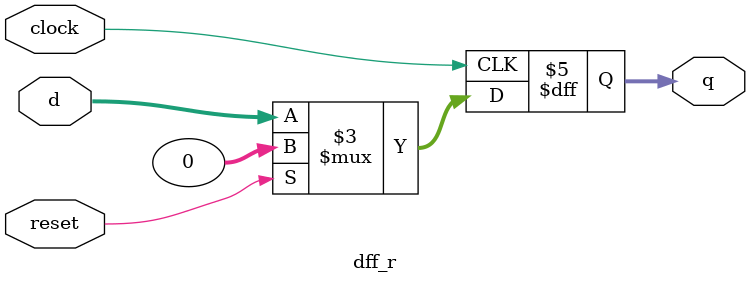
<source format=v>
module dff_r
#(
	parameter DATA_WIDTH = 32,
	parameter RESET_VALUE = 'b0
)
(
    input   						clock,
    input   						reset,
	input   	[DATA_WIDTH - 1:0] 	d	 ,
	output reg 	[DATA_WIDTH - 1:0] 	q
);

always@(posedge clock) begin
	if(reset) begin
		q <= RESET_VALUE;
	end
	else begin                                   
		q <= d;
	end
end
 
endmodule

</source>
